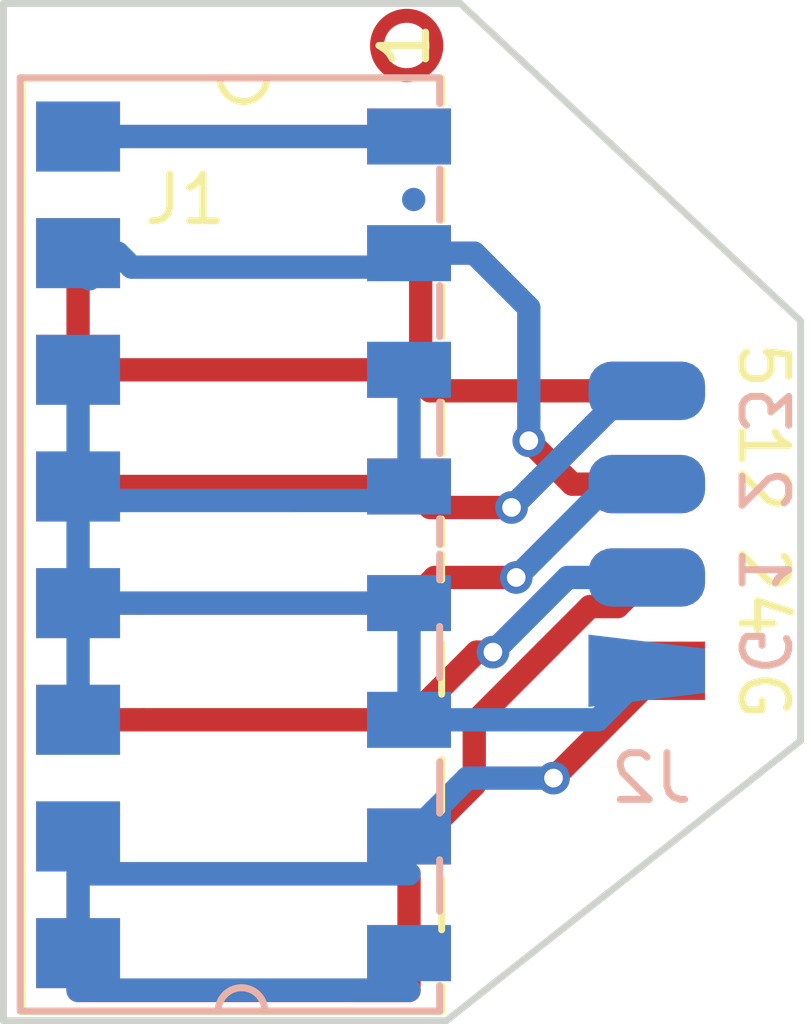
<source format=kicad_pcb>
(kicad_pcb (version 20190907) (host pcbnew "(5.99.0-375-g4460af5be-dirty)+6.0.0~dev1-1")

  (general
    (thickness 1.6)
    (drawings 6)
    (tracks 79)
    (modules 2)
    (nets 12)
  )

  (page "A4")
  (layers
    (0 "F.Cu" signal)
    (31 "B.Cu" signal)
    (32 "B.Adhes" user)
    (33 "F.Adhes" user)
    (34 "B.Paste" user)
    (35 "F.Paste" user)
    (36 "B.SilkS" user)
    (37 "F.SilkS" user)
    (38 "B.Mask" user)
    (39 "F.Mask" user)
    (40 "Dwgs.User" user)
    (41 "Cmts.User" user)
    (42 "Eco1.User" user)
    (43 "Eco2.User" user)
    (44 "Edge.Cuts" user)
    (45 "Margin" user)
    (46 "B.CrtYd" user)
    (47 "F.CrtYd" user)
    (48 "B.Fab" user)
    (49 "F.Fab" user)
  )

  (setup
    (last_trace_width 0.25)
    (user_trace_width 0.25)
    (user_trace_width 0.5)
    (trace_clearance 0.15)
    (zone_clearance 0.254)
    (zone_45_only no)
    (trace_min 0.2)
    (via_size 0.7)
    (via_drill 0.4)
    (via_min_size 0.4)
    (via_min_drill 0.3)
    (uvia_size 0.3)
    (uvia_drill 0.1)
    (uvias_allowed no)
    (uvia_min_size 0.2)
    (uvia_min_drill 0.1)
    (max_error 0.005)
    (defaults
      (edge_clearance 0.01)
      (edge_cuts_line_width 0.15)
      (courtyard_line_width 0.05)
      (copper_line_width 0.2)
      (copper_text_dims (size 1.5 1.5) (thickness 0.3))
      (silk_line_width 0.15)
      (silk_text_dims (size 1 1) (thickness 0.15))
      (other_layers_line_width 0.1)
      (other_layers_text_dims (size 1 1) (thickness 0.15))
    )
    (pad_size 0.3 0.42)
    (pad_drill 0)
    (pad_to_mask_clearance 0.051)
    (solder_mask_min_width 0.25)
    (aux_axis_origin 0 0)
    (grid_origin 145 137.2)
    (visible_elements FFFFFF7F)
    (pcbplotparams
      (layerselection 0x00008_7ffffffe)
      (usegerberextensions false)
      (usegerberattributes false)
      (usegerberadvancedattributes false)
      (creategerberjobfile false)
      (excludeedgelayer true)
      (linewidth 0.100000)
      (plotframeref false)
      (viasonmask false)
      (mode 1)
      (useauxorigin false)
      (hpglpennumber 1)
      (hpglpenspeed 20)
      (hpglpendiameter 15.000000)
      (psnegative false)
      (psa4output false)
      (plotreference true)
      (plotvalue true)
      (plotinvisibletext false)
      (padsonsilk false)
      (subtractmaskfromsilk false)
      (outputformat 1)
      (mirror false)
      (drillshape 0)
      (scaleselection 1)
      (outputdirectory "")
    )
  )

  (net 0 "")
  (net 1 "Net-(J-Pad7)")
  (net 2 "Net-(J1-Pad2)")
  (net 3 "Net-(J1-Pad1)")
  (net 4 "/12V")
  (net 5 "/GND")
  (net 6 "/GNDPWR")
  (net 7 "/24V")
  (net 8 "/Bus2")
  (net 9 "/Bus1")
  (net 10 "/Bus3")
  (net 11 "/5V")

  (net_class "Default" "This is the default net class."
    (clearance 0.15)
    (trace_width 0.25)
    (via_dia 0.7)
    (via_drill 0.4)
    (uvia_dia 0.3)
    (uvia_drill 0.1)
    (add_net "/12V")
    (add_net "/24V")
    (add_net "/5V")
    (add_net "/Bus1")
    (add_net "/Bus2")
    (add_net "/Bus3")
    (add_net "/GND")
    (add_net "/GNDPWR")
    (add_net "Net-(J-Pad7)")
    (add_net "Net-(J1-Pad1)")
    (add_net "Net-(J1-Pad2)")
  )

  (net_class "Power" ""
    (clearance 0.15)
    (trace_width 0.5)
    (via_dia 0.8)
    (via_drill 0.4)
    (uvia_dia 0.3)
    (uvia_drill 0.1)
  )

  (module "localstuff:Moat8-Solder" (layer "B.Cu") (tedit 5E050D0F) (tstamp 5E057401)
    (at 33 55.9)
    (descr "surface-mounted straight pin header, 1x12, 2.54mm pitch, single row, style 1 (pin 1 left)")
    (tags "Surface mounted pin header SMD 1x12 2.54mm single row style1 pin1 left")
    (path "/5E0B5501")
    (attr smd)
    (fp_text reference "J2" (at 0.1 0.8) (layer "B.SilkS")
      (effects (font (size 1 1) (thickness 0.15)) (justify mirror))
    )
    (fp_text value "Moat_Bus_8" (at -4.5 -4.5 -90) (layer "B.Fab")
      (effects (font (size 1 1) (thickness 0.15)) (justify mirror))
    )
    (fp_line (start 3.5 0) (end -3.5 0) (layer "B.CrtYd") (width 0.05))
    (fp_line (start -3.5 -9) (end -3.5 0) (layer "B.CrtYd") (width 0.05))
    (fp_line (start -3.5 -9) (end 3.5 -9) (layer "B.CrtYd") (width 0.05))
    (fp_line (start 3.5 0) (end 3.5 -9) (layer "B.CrtYd") (width 0.05))
    (fp_text user "G 1 2 3" (at 2.5 -4.5 -90 unlocked) (layer "B.SilkS")
      (effects (font (size 1 1) (thickness 0.15)) (justify mirror))
    )
    (fp_text user "5 12 24 G" (at 2.5 -4.5 -90 unlocked) (layer "F.SilkS")
      (effects (font (size 1 1) (thickness 0.15)))
    )
    (pad "6" smd roundrect (at 0 -5.5) (size 2.5 1.25) (layers "F.Cu" "F.Mask") (roundrect_rratio 0.4)
      (net 4 "/12V"))
    (pad "7" smd roundrect (at 0 -3.5) (size 2.5 1.25) (layers "F.Cu" "F.Mask") (roundrect_rratio 0.4)
      (net 7 "/24V"))
    (pad "8" smd rect (at 0 -1.5) (size 2.5 1.25) (layers "F.Cu" "F.Mask")
      (net 6 "/GNDPWR"))
    (pad "5" smd roundrect (at 0 -7.5) (size 2.5 1.25) (layers "F.Cu" "F.Mask") (roundrect_rratio 0.4)
      (net 11 "/5V"))
    (pad "2" smd roundrect (at 0 -3.5) (size 2.5 1.25) (layers "B.Cu" "B.Mask") (roundrect_rratio 0.4)
      (net 9 "/Bus1"))
    (pad "3" smd roundrect (at 0 -5.5) (size 2.5 1.25) (layers "B.Cu" "B.Mask") (roundrect_rratio 0.4)
      (net 8 "/Bus2"))
    (pad "4" smd roundrect (at 0 -7.5) (size 2.5 1.25) (layers "B.Cu" "B.Mask") (roundrect_rratio 0.4)
      (net 10 "/Bus3"))
    (pad "1" smd trapezoid (at 0 -1.5) (size 2.5 1.25) (rect_delta 0.3 0 ) (layers "B.Cu" "B.Mask")
      (net 5 "/GND"))
    (model "${KISYS3DMOD}/Connector_PinHeader_2.54mm.3dshapes/PinHeader_1x12_P2.54mm_Vertical_SMD_Pin1Left.wrl"
      (at (xyz 0 0 0))
      (scale (xyz 1 1 1))
      (rotate (xyz 0 0 0))
    )
  )

  (module "localstuff:Moat_16_2side" (layer "F.Cu") (tedit 5E049B27) (tstamp 5DBE1314)
    (at 24.4 52 -90)
    (path "/5CBE90B4")
    (attr smd)
    (fp_text reference "J1" (at -7.7 1.3) (layer "F.SilkS")
      (effects (font (size 1 1) (thickness 0.15)))
    )
    (fp_text value "Moat_Bus_16" (at -5.3 0.05 90) (layer "F.Fab")
      (effects (font (size 1 1) (thickness 0.15)))
    )
    (fp_circle (center -11 -3.45) (end -10.2 -3.45) (layer "F.Mask") (width 0.15))
    (fp_circle (center -11 -3.45) (end -10.363604 -3.45) (layer "F.Cu") (width 0.3))
    (fp_text user "1" (at -11 -3.4 90) (layer "F.SilkS")
      (effects (font (size 1 1) (thickness 0.15)))
    )
    (fp_line (start -0.307933 4.843176) (end -10.307933 4.843176) (layer "B.SilkS") (width 0.15))
    (fp_line (start -3.357933 -4.156824) (end -2.257933 -4.156824) (layer "B.SilkS") (width 0.15))
    (fp_line (start -10.307933 -4.156824) (end -9.757933 -4.156824) (layer "B.SilkS") (width 0.15))
    (fp_line (start -10.307933 4.843176) (end -10.307933 -4.156824) (layer "B.SilkS") (width 0.15))
    (fp_line (start 9.692067 4.843176) (end -0.307933 4.843176) (layer "B.SilkS") (width 0.15))
    (fp_line (start -8.357933 -4.156824) (end -7.257933 -4.156824) (layer "B.SilkS") (width 0.15))
    (fp_line (start -5.857933 -4.156824) (end -4.757933 -4.156824) (layer "B.SilkS") (width 0.15))
    (fp_line (start 1.45 -4.156824) (end 2.55 -4.156824) (layer "B.SilkS") (width 0.15))
    (fp_arc (start 9.692067 0.093176) (end 9.692067 -0.406824) (angle -90) (layer "B.SilkS") (width 0.15))
    (fp_line (start 6.45 -4.156824) (end 7.55 -4.156824) (layer "B.SilkS") (width 0.15))
    (fp_arc (start 9.692067 0.093176) (end 9.192067 0.093176) (angle -90) (layer "B.SilkS") (width 0.15))
    (fp_line (start -0.307933 -4.156824) (end -0.857933 -4.156824) (layer "B.SilkS") (width 0.15))
    (fp_line (start -0.1 -4.156824) (end 0.45 -4.156824) (layer "B.SilkS") (width 0.15))
    (fp_line (start 9.692067 -4.156824) (end 9.692067 4.843176) (layer "B.SilkS") (width 0.15))
    (fp_line (start 9.692067 -4.156824) (end 9.142067 -4.156824) (layer "B.SilkS") (width 0.15))
    (fp_line (start 4.35 -4.156824) (end 5.45 -4.156824) (layer "B.SilkS") (width 0.15))
    (fp_line (start -0.3 4.8) (end 9.7 4.8) (layer "F.SilkS") (width 0.15))
    (fp_line (start 7.95 -4.2) (end 6.85 -4.2) (layer "F.SilkS") (width 0.15))
    (fp_line (start 2.9 -4.2) (end 1.8 -4.2) (layer "F.SilkS") (width 0.15))
    (fp_line (start 9.7 -4.2) (end 9.15 -4.2) (layer "F.SilkS") (width 0.15))
    (fp_line (start 9.7 4.8) (end 9.7 -4.2) (layer "F.SilkS") (width 0.15))
    (fp_line (start -0.1 -4.2) (end 0.45 -4.2) (layer "F.SilkS") (width 0.15))
    (fp_line (start 5.4 -4.2) (end 4.3 -4.2) (layer "F.SilkS") (width 0.15))
    (fp_line (start -10.3 -4.2) (end -9.75 -4.2) (layer "F.SilkS") (width 0.15))
    (fp_line (start -7.25 -4.2) (end -8.35 -4.2) (layer "F.SilkS") (width 0.15))
    (fp_line (start -4.75 -4.2) (end -5.85 -4.2) (layer "F.SilkS") (width 0.15))
    (fp_line (start -2.25 -4.2) (end -3.35 -4.2) (layer "F.SilkS") (width 0.15))
    (fp_line (start -0.3 -4.2) (end -0.85 -4.2) (layer "F.SilkS") (width 0.15))
    (fp_line (start -10.3 4.8) (end -0.3 4.8) (layer "F.SilkS") (width 0.15))
    (fp_line (start -10.3 -4.2) (end -10.3 4.8) (layer "F.SilkS") (width 0.15))
    (fp_arc (start -10.3 0.05) (end -9.8 0.05) (angle 90) (layer "F.SilkS") (width 0.15))
    (fp_arc (start -10.3 0.05) (end -10.3 -0.45) (angle 90) (layer "F.SilkS") (width 0.15))
    (pad "2" smd rect (at -9.05 -3.5 90) (size 1.2 1.8) (layers "B.Cu" "B.Paste" "B.Mask")
      (net 2 "Net-(J1-Pad2)"))
    (pad "4" smd rect (at -6.55 -3.5 90) (size 1.2 1.8) (layers "B.Cu" "B.Paste" "B.Mask")
      (net 4 "/12V"))
    (pad "6" smd rect (at -4.05 3.6 90) (size 1.5 1.8) (layers "B.Cu" "B.Paste" "B.Mask")
      (net 5 "/GND"))
    (pad "10" smd rect (at 0.95 3.6 90) (size 1.5 1.8) (layers "B.Cu" "B.Paste" "B.Mask")
      (net 5 "/GND"))
    (pad "16" smd rect (at 8.45 3.6 90) (size 1.5 1.8) (layers "B.Cu" "B.Paste" "B.Mask")
      (net 6 "/GNDPWR"))
    (pad "4" smd rect (at -6.55 3.6 90) (size 1.5 1.8) (layers "B.Cu" "B.Paste" "B.Mask")
      (net 4 "/12V"))
    (pad "10" smd rect (at 0.95 -3.5 90) (size 1.2 1.8) (layers "B.Cu" "B.Paste" "B.Mask")
      (net 5 "/GND"))
    (pad "12" smd rect (at 3.45 -3.5 90) (size 1.2 1.8) (layers "B.Cu" "B.Paste" "B.Mask")
      (net 5 "/GND"))
    (pad "14" smd rect (at 5.95 -3.5 90) (size 1.2 1.8) (layers "B.Cu" "B.Paste" "B.Mask")
      (net 6 "/GNDPWR"))
    (pad "16" smd rect (at 8.45 -3.5 90) (size 1.2 1.8) (layers "B.Cu" "B.Paste" "B.Mask")
      (net 6 "/GNDPWR"))
    (pad "14" smd rect (at 5.95 3.6 90) (size 1.5 1.8) (layers "B.Cu" "B.Paste" "B.Mask")
      (net 6 "/GNDPWR"))
    (pad "12" smd rect (at 3.45 3.6 90) (size 1.5 1.8) (layers "B.Cu" "B.Paste" "B.Mask")
      (net 5 "/GND"))
    (pad "8" smd rect (at -1.55 3.6 90) (size 1.5 1.8) (layers "B.Cu" "B.Paste" "B.Mask")
      (net 5 "/GND"))
    (pad "8" smd rect (at -1.55 -3.5 90) (size 1.2 1.8) (layers "B.Cu" "B.Paste" "B.Mask")
      (net 5 "/GND"))
    (pad "2" smd rect (at -9.05 3.6 90) (size 1.5 1.8) (layers "B.Cu" "B.Paste" "B.Mask")
      (net 2 "Net-(J1-Pad2)"))
    (pad "6" smd rect (at -4.05 -3.5 90) (size 1.2 1.8) (layers "B.Cu" "B.Paste" "B.Mask")
      (net 5 "/GND"))
    (pad "15" smd rect (at 8.45 3.6 270) (size 1.5 1.8) (layers "F.Cu" "F.Paste" "F.Mask")
      (net 7 "/24V"))
    (pad "9" smd rect (at 0.95 3.6 270) (size 1.5 1.8) (layers "F.Cu" "F.Paste" "F.Mask")
      (net 8 "/Bus2"))
    (pad "15" smd rect (at 8.45 -3.5 270) (size 1.2 1.8) (layers "F.Cu" "F.Paste" "F.Mask")
      (net 7 "/24V"))
    (pad "13" smd rect (at 5.95 -3.5 270) (size 1.2 1.8) (layers "F.Cu" "F.Paste" "F.Mask")
      (net 7 "/24V"))
    (pad "11" smd rect (at 3.45 -3.5 270) (size 1.2 1.8) (layers "F.Cu" "F.Paste" "F.Mask")
      (net 9 "/Bus1"))
    (pad "9" smd rect (at 0.95 -3.5 270) (size 1.2 1.8) (layers "F.Cu" "F.Paste" "F.Mask")
      (net 8 "/Bus2"))
    (pad "11" smd rect (at 3.45 3.6 270) (size 1.5 1.8) (layers "F.Cu" "F.Paste" "F.Mask")
      (net 9 "/Bus1"))
    (pad "13" smd rect (at 5.95 3.6 270) (size 1.5 1.8) (layers "F.Cu" "F.Paste" "F.Mask")
      (net 7 "/24V"))
    (pad "7" smd rect (at -1.55 3.6 270) (size 1.5 1.8) (layers "F.Cu" "F.Paste" "F.Mask")
      (net 10 "/Bus3"))
    (pad "5" smd rect (at -4.05 3.6 270) (size 1.5 1.8) (layers "F.Cu" "F.Paste" "F.Mask")
      (net 11 "/5V"))
    (pad "3" smd rect (at -6.55 3.6 270) (size 1.5 1.8) (layers "F.Cu" "F.Paste" "F.Mask")
      (net 11 "/5V"))
    (pad "1" smd rect (at -9.05 3.6 270) (size 1.5 1.8) (layers "F.Cu" "F.Paste" "F.Mask")
      (net 3 "Net-(J1-Pad1)"))
    (pad "1" smd rect (at -9.05 -3.5 270) (size 1.2 1.8) (layers "F.Cu" "F.Paste" "F.Mask")
      (net 3 "Net-(J1-Pad1)"))
    (pad "3" smd rect (at -6.55 -3.5 270) (size 1.2 1.8) (layers "F.Cu" "F.Paste" "F.Mask")
      (net 11 "/5V"))
    (pad "5" smd rect (at -4.05 -3.5 270) (size 1.2 1.8) (layers "F.Cu" "F.Paste" "F.Mask")
      (net 11 "/5V"))
    (pad "7" smd rect (at -1.55 -3.5 270) (size 1.2 1.8) (layers "F.Cu" "F.Paste" "F.Mask")
      (net 10 "/Bus3"))
    (model ":moat3d:9276-4.wrl"
      (offset (xyz -10.2 -4.7 0))
      (scale (xyz 0.39 0.39 0.39))
      (rotate (xyz -90 0 0))
    )
    (model ":moat3d:9276-4.wrl"
      (offset (xyz -0.3 -4.7 0))
      (scale (xyz 0.39 0.39 0.39))
      (rotate (xyz -90 0 0))
    )
    (model ":moat3d:9276-4.wrl"
      (offset (xyz -0.3 -4.7 -1.61))
      (scale (xyz 0.39 0.39 0.39))
      (rotate (xyz 90 0 180))
    )
    (model ":moat3d:9276-4.wrl"
      (offset (xyz 9.6 -4.7 -1.61))
      (scale (xyz 0.39 0.39 0.39))
      (rotate (xyz 90 0 180))
    )
  )

  (gr_line (start 29 40.1) (end 36.3 46.9) (layer "Edge.Cuts") (width 0.15))
  (gr_line (start 28.7 61.9) (end 19.2 61.9) (layer "Edge.Cuts") (width 0.15))
  (gr_line (start 36.3 55.9) (end 28.7 61.9) (layer "Edge.Cuts") (width 0.15))
  (gr_line (start 36.3 46.9) (end 36.3 55.9) (layer "Edge.Cuts") (width 0.15))
  (gr_line (start 19.2 40.1) (end 29 40.1) (layer "Edge.Cuts") (width 0.15))
  (gr_line (start 19.2 61.9) (end 19.2 40.1) (layer "Edge.Cuts") (width 0.15))

  (segment (start 27.9 52.95) (end 20.8 52.95) (width 0.5) (layer "B.Cu") (net 5))
  (segment (start 27.9 42.95) (end 27.9 43.3) (width 0.5) (layer "F.Cu") (net 3))
  (segment (start 27.9 43.2) (end 27.9 42.95) (width 0.5) (layer "B.Cu") (net 2))
  (segment (start 27.9 55.45) (end 28.2 55.45) (width 0.5) (layer "B.Cu") (net 5))
  (segment (start 27.85 50.8) (end 27.9 50.75) (width 0.5) (layer "B.Cu") (net 5))
  (segment (start 27.9 53.25) (end 27.85 53.2) (width 0.5) (layer "B.Cu") (net 5))
  (segment (start 27.9 50.45) (end 27.85 50.45) (width 0.5) (layer "F.Cu") (net 10))
  (segment (start 20.8 42.95) (end 27.9 42.95) (width 0.5) (layer "F.Cu") (net 3))
  (segment (start 27.9 42.95) (end 20.8 42.95) (width 0.5) (layer "B.Cu") (net 2))
  (segment (start 20.8 50.45) (end 27.9 50.45) (width 0.5) (layer "F.Cu") (net 10))
  (segment (start 20.8 55.45) (end 22.2 55.45) (width 0.5) (layer "F.Cu") (net 9))
  (segment (start 22.2 55.45) (end 27.9 55.45) (width 0.5) (layer "F.Cu") (net 9))
  (segment (start 20.8 52.95) (end 22.2 52.95) (width 0.5) (layer "F.Cu") (net 8))
  (segment (start 22.2 52.95) (end 27.9 52.95) (width 0.5) (layer "F.Cu") (net 8))
  (segment (start 27.9 52.95) (end 27.9 55.45) (width 0.5) (layer "B.Cu") (net 5))
  (segment (start 20.8 52.95) (end 20.8 55.45) (width 0.5) (layer "B.Cu") (net 5))
  (segment (start 20.8 47.95) (end 20.8 50.45) (width 0.5) (layer "B.Cu") (net 5))
  (segment (start 28.15 47.95) (end 20.65 47.95) (width 0.5) (layer "F.Cu") (net 11))
  (segment (start 28.15 47.95) (end 28.15 45.45) (width 0.5) (layer "F.Cu") (net 11))
  (segment (start 28.000001 44.300001) (end 28 44.3) (width 0.5) (layer "B.Cu") (net 1))
  (segment (start 20.8 45.75) (end 20.8 48.25) (width 0.5) (layer "F.Cu") (net 11) (status 30))
  (segment (start 27.9 58.25) (end 28.55 58.25) (width 0.5) (layer "F.Cu") (net 7) (status 30))
  (segment (start 27.9 61.25) (end 27.9 58.75) (width 0.5) (layer "F.Cu") (net 7) (status 30))
  (segment (start 20.8 58.75) (end 20.8 61.25) (width 0.5) (layer "F.Cu") (net 7) (status 30))
  (segment (start 20.8 61.25) (end 27.9 61.25) (width 0.5) (layer "F.Cu") (net 7) (status 30))
  (segment (start 27.9 58.75) (end 20.8 58.75) (width 0.5) (layer "F.Cu") (net 7) (status 30))
  (segment (start 27.9 61.25) (end 26.75 61.25) (width 0.5) (layer "F.Cu") (net 7) (status 10))
  (segment (start 20.8 50.75) (end 25.4 50.75) (width 0.5) (layer "B.Cu") (net 5) (status 10))
  (segment (start 27.9 50.75) (end 27.9 48.25) (width 0.5) (layer "B.Cu") (net 5) (status 30))
  (segment (start 20.8 52.75) (end 20.8 50.75) (width 0.5) (layer "B.Cu") (net 5) (status 30))
  (segment (start 27.9 50.75) (end 20.8 50.75) (width 0.5) (layer "B.Cu") (net 5) (status 30))
  (segment (start 21.65 45.45) (end 21.950001 45.750001) (width 0.5) (layer "B.Cu") (net 4) (status 10))
  (segment (start 20.65 45.45) (end 21.65 45.45) (width 0.5) (layer "B.Cu") (net 4) (status 30))
  (segment (start 21.950001 45.750001) (end 27.849999 45.750001) (width 0.5) (layer "B.Cu") (net 4) (status 20))
  (segment (start 27.849999 45.750001) (end 28.15 45.45) (width 0.5) (layer "B.Cu") (net 4) (status 30))
  (segment (start 20.8 45.75) (end 21.050002 46.000002) (width 0.5) (layer "B.Cu") (net 4) (status 30))
  (segment (start 20.8 58.75) (end 20.8 61.25) (width 0.5) (layer "B.Cu") (net 6) (status 30))
  (segment (start 27.9 61.242067) (end 20.807933 61.242067) (width 0.5) (layer "B.Cu") (net 6) (status 30))
  (segment (start 20.807933 61.242067) (end 20.8 61.25) (width 0.5) (layer "B.Cu") (net 6) (status 30))
  (segment (start 20.8 58.75) (end 27.9 58.75) (width 0.5) (layer "B.Cu") (net 6) (status 30))
  (segment (start 28.2 50.75) (end 27.9 50.75) (width 0.25) (layer "F.Cu") (net 10) (status 30))
  (segment (start 20.65 42.95) (end 20.95 42.95) (width 0.25) (layer "F.Cu") (net 3))
  (segment (start 28.35 48.4) (end 27.9 47.95) (width 0.5) (layer "F.Cu") (net 11))
  (segment (start 33 48.4) (end 28.35 48.4) (width 0.5) (layer "F.Cu") (net 11))
  (segment (start 32.6 48.4) (end 30.1 50.9) (width 0.5) (layer "B.Cu") (net 10))
  (via (at 30.469662 49.469662) (size 0.7) (drill 0.4) (layers "F.Cu" "B.Cu") (net 4))
  (segment (start 30.469662 48.974688) (end 30.469662 49.469662) (width 0.5) (layer "B.Cu") (net 4))
  (segment (start 33 48.4) (end 32.6 48.4) (width 0.5) (layer "B.Cu") (net 10))
  (segment (start 27.9 45.45) (end 29.3 45.45) (width 0.5) (layer "B.Cu") (net 4))
  (via (at 30.1 50.9) (size 0.7) (drill 0.4) (layers "F.Cu" "B.Cu") (net 10))
  (segment (start 29.3 45.45) (end 30.469662 46.619662) (width 0.5) (layer "B.Cu") (net 4))
  (segment (start 33 50.4) (end 31.4 50.4) (width 0.5) (layer "F.Cu") (net 4))
  (segment (start 30.469662 46.619662) (end 30.469662 48.974688) (width 0.5) (layer "B.Cu") (net 4))
  (segment (start 31.4 50.4) (end 30.469662 49.469662) (width 0.5) (layer "F.Cu") (net 4))
  (segment (start 28.35 50.9) (end 27.9 50.45) (width 0.5) (layer "F.Cu") (net 10))
  (segment (start 30.1 50.9) (end 28.35 50.9) (width 0.5) (layer "F.Cu") (net 10))
  (via (at 30.2 52.4) (size 0.7) (drill 0.4) (layers "F.Cu" "B.Cu") (net 8))
  (segment (start 33 50.4) (end 32.2 50.4) (width 0.5) (layer "B.Cu") (net 8))
  (segment (start 32.2 50.4) (end 30.2 52.4) (width 0.5) (layer "B.Cu") (net 8))
  (segment (start 28.45 52.4) (end 27.9 52.95) (width 0.5) (layer "F.Cu") (net 8))
  (segment (start 30.2 52.4) (end 28.45 52.4) (width 0.5) (layer "F.Cu") (net 8))
  (segment (start 28.2 57.95) (end 27.9 57.95) (width 0.5) (layer "F.Cu") (net 7))
  (segment (start 29.3 56.85) (end 28.2 57.95) (width 0.5) (layer "F.Cu") (net 7))
  (segment (start 29.3 55.504998) (end 29.3 56.85) (width 0.5) (layer "F.Cu") (net 7))
  (segment (start 31.779998 53.025) (end 29.3 55.504998) (width 0.5) (layer "F.Cu") (net 7))
  (segment (start 32.375 53.025) (end 31.779998 53.025) (width 0.5) (layer "F.Cu") (net 7))
  (segment (start 33 52.4) (end 32.375 53.025) (width 0.5) (layer "F.Cu") (net 7))
  (via (at 31 56.7) (size 0.7) (drill 0.4) (layers "F.Cu" "B.Cu") (net 6))
  (segment (start 33 54.4) (end 33 54.7) (width 0.5) (layer "F.Cu") (net 6))
  (segment (start 33 54.7) (end 31 56.7) (width 0.5) (layer "F.Cu") (net 6))
  (segment (start 29.15 56.7) (end 27.9 57.95) (width 0.5) (layer "B.Cu") (net 6))
  (segment (start 31 56.7) (end 29.15 56.7) (width 0.5) (layer "B.Cu") (net 6))
  (via (at 29.7 54) (size 0.7) (drill 0.4) (layers "F.Cu" "B.Cu") (net 9))
  (segment (start 33 52.4) (end 31.3 52.4) (width 0.5) (layer "B.Cu") (net 9))
  (segment (start 31.3 52.4) (end 29.7 54) (width 0.5) (layer "B.Cu") (net 9))
  (segment (start 29.35 54) (end 27.9 55.45) (width 0.5) (layer "F.Cu") (net 9))
  (segment (start 29.7 54) (end 29.35 54) (width 0.5) (layer "F.Cu") (net 9))
  (segment (start 31.95 55.45) (end 27.9 55.45) (width 0.5) (layer "B.Cu") (net 5))
  (segment (start 33 54.4) (end 31.95 55.45) (width 0.5) (layer "B.Cu") (net 5))

)

</source>
